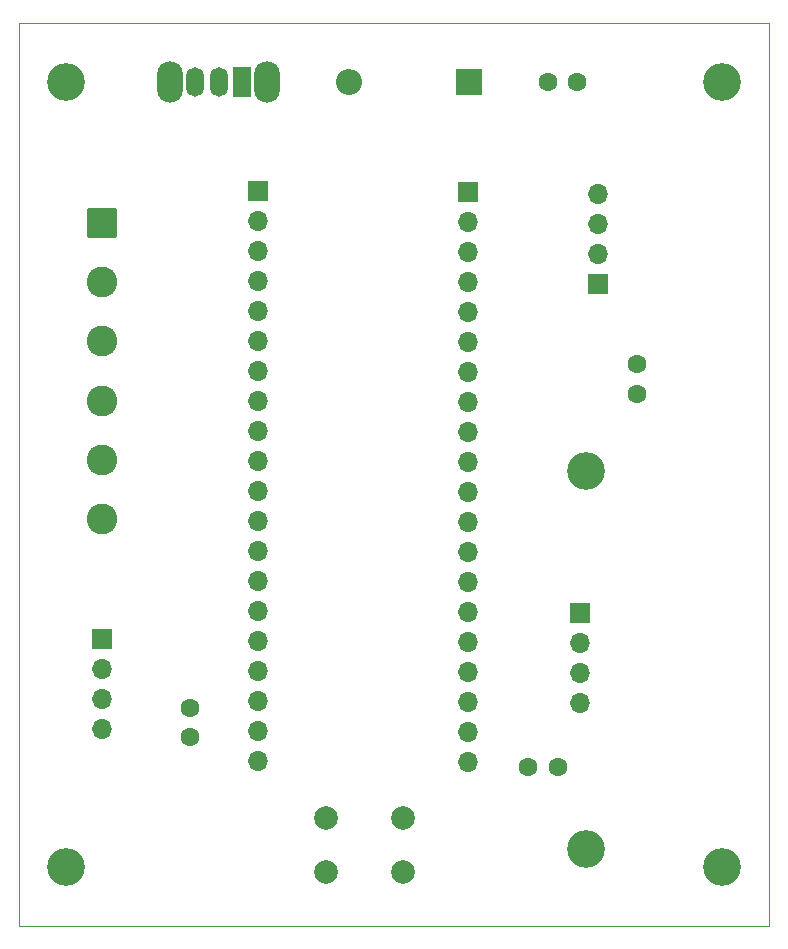
<source format=gbr>
G04 #@! TF.GenerationSoftware,KiCad,Pcbnew,9.0.0*
G04 #@! TF.CreationDate,2025-03-16T21:41:20+01:00*
G04 #@! TF.ProjectId,lightThermo,6c696768-7454-4686-9572-6d6f2e6b6963,1.0*
G04 #@! TF.SameCoordinates,PX47868c0PY7d687e0*
G04 #@! TF.FileFunction,Soldermask,Top*
G04 #@! TF.FilePolarity,Negative*
%FSLAX46Y46*%
G04 Gerber Fmt 4.6, Leading zero omitted, Abs format (unit mm)*
G04 Created by KiCad (PCBNEW 9.0.0) date 2025-03-16 21:41:20*
%MOMM*%
%LPD*%
G01*
G04 APERTURE LIST*
G04 Aperture macros list*
%AMRoundRect*
0 Rectangle with rounded corners*
0 $1 Rounding radius*
0 $2 $3 $4 $5 $6 $7 $8 $9 X,Y pos of 4 corners*
0 Add a 4 corners polygon primitive as box body*
4,1,4,$2,$3,$4,$5,$6,$7,$8,$9,$2,$3,0*
0 Add four circle primitives for the rounded corners*
1,1,$1+$1,$2,$3*
1,1,$1+$1,$4,$5*
1,1,$1+$1,$6,$7*
1,1,$1+$1,$8,$9*
0 Add four rect primitives between the rounded corners*
20,1,$1+$1,$2,$3,$4,$5,0*
20,1,$1+$1,$4,$5,$6,$7,0*
20,1,$1+$1,$6,$7,$8,$9,0*
20,1,$1+$1,$8,$9,$2,$3,0*%
G04 Aperture macros list end*
%ADD10C,1.600000*%
%ADD11C,3.200000*%
%ADD12R,2.200000X2.200000*%
%ADD13O,2.200000X2.200000*%
%ADD14R,1.700000X1.700000*%
%ADD15O,1.700000X1.700000*%
%ADD16O,2.200000X3.500000*%
%ADD17R,1.500000X2.500000*%
%ADD18O,1.500000X2.500000*%
%ADD19C,2.000000*%
%ADD20RoundRect,0.250000X-1.050000X1.050000X-1.050000X-1.050000X1.050000X-1.050000X1.050000X1.050000X0*%
%ADD21C,2.600000*%
G04 #@! TA.AperFunction,Profile*
%ADD22C,0.050000*%
G04 #@! TD*
G04 APERTURE END LIST*
D10*
G04 #@! TO.C,C3*
X45600000Y13450000D03*
X43100000Y13450000D03*
G04 #@! TD*
D11*
G04 #@! TO.C,H3*
X4000000Y5000000D03*
G04 #@! TD*
D12*
G04 #@! TO.C,D1*
X38080000Y71500000D03*
D13*
X27920000Y71500000D03*
G04 #@! TD*
D10*
G04 #@! TO.C,C4*
X52350000Y47550000D03*
X52350000Y45050000D03*
G04 #@! TD*
D14*
G04 #@! TO.C,J3*
X7025000Y24300000D03*
D15*
X7025000Y21760000D03*
X7025000Y19220000D03*
X7025000Y16680000D03*
G04 #@! TD*
D10*
G04 #@! TO.C,C1*
X47250000Y71500000D03*
X44750000Y71500000D03*
G04 #@! TD*
D14*
G04 #@! TO.C,J2*
X20220000Y62205000D03*
D15*
X20220000Y59665000D03*
X20220000Y57125000D03*
X20220000Y54585000D03*
X20220000Y52045000D03*
X20220000Y49505000D03*
X20220000Y46965000D03*
X20220000Y44425000D03*
X20220000Y41885000D03*
X20220000Y39345000D03*
X20220000Y36805000D03*
X20220000Y34265000D03*
X20220000Y31725000D03*
X20220000Y29185000D03*
X20220000Y26645000D03*
X20220000Y24105000D03*
X20220000Y21565000D03*
X20220000Y19025000D03*
X20220000Y16485000D03*
X20220000Y13945000D03*
G04 #@! TD*
D14*
G04 #@! TO.C,J4*
X49000000Y54350000D03*
D15*
X49000000Y56890000D03*
X49000000Y59430000D03*
X49000000Y61970000D03*
G04 #@! TD*
D11*
G04 #@! TO.C,H4*
X59500000Y5000000D03*
G04 #@! TD*
G04 #@! TO.C,H1*
X4000000Y71500000D03*
G04 #@! TD*
D10*
G04 #@! TO.C,C2*
X14450000Y18500000D03*
X14450000Y16000000D03*
G04 #@! TD*
D14*
G04 #@! TO.C,J1*
X38000000Y62180000D03*
D15*
X38000000Y59640000D03*
X38000000Y57100000D03*
X38000000Y54560000D03*
X38000000Y52020000D03*
X38000000Y49480000D03*
X38000000Y46940000D03*
X38000000Y44400000D03*
X38000000Y41860000D03*
X38000000Y39320000D03*
X38000000Y36780000D03*
X38000000Y34240000D03*
X38000000Y31700000D03*
X38000000Y29160000D03*
X38000000Y26620000D03*
X38000000Y24080000D03*
X38000000Y21540000D03*
X38000000Y19000000D03*
X38000000Y16460000D03*
X38000000Y13920000D03*
G04 #@! TD*
D11*
G04 #@! TO.C,H2*
X59500000Y71500000D03*
G04 #@! TD*
D16*
G04 #@! TO.C,SW1*
X21000000Y71500000D03*
X12800000Y71500000D03*
D17*
X18900000Y71500000D03*
D18*
X16900000Y71500000D03*
X14900000Y71500000D03*
G04 #@! TD*
D11*
G04 #@! TO.C,H6*
X48000000Y6500000D03*
G04 #@! TD*
G04 #@! TO.C,H5*
X48000000Y38500000D03*
G04 #@! TD*
D19*
G04 #@! TO.C,SW2*
X26000000Y9120000D03*
X32500000Y9120000D03*
X26000000Y4620000D03*
X32500000Y4620000D03*
G04 #@! TD*
D20*
G04 #@! TO.C,J6*
X7000000Y59500000D03*
D21*
X7000000Y54500000D03*
X7000000Y49500000D03*
X7000000Y44500000D03*
X7000000Y39500000D03*
X7000000Y34500000D03*
G04 #@! TD*
D14*
G04 #@! TO.C,J5*
X47500000Y26540000D03*
D15*
X47500000Y24000000D03*
X47500000Y21460000D03*
X47500000Y18920000D03*
G04 #@! TD*
D22*
X0Y76500000D02*
X63500000Y76500000D01*
X63500000Y0D01*
X0Y0D01*
X0Y76500000D01*
M02*

</source>
